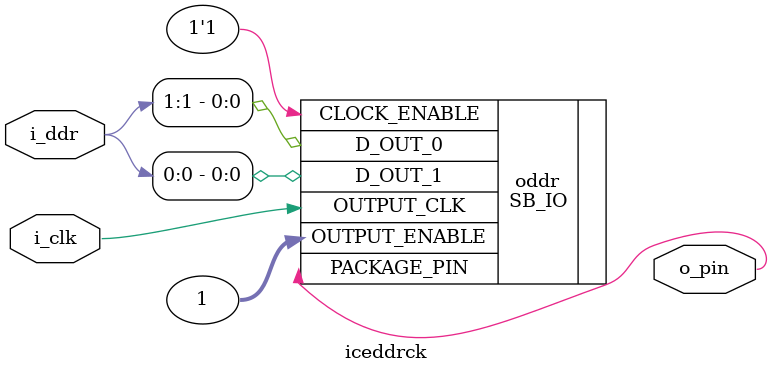
<source format=v>
`default_nettype	none
module	iceddrck(i_clk, i_ddr, o_pin);
	input	wire		i_clk;
	input	wire	[1:0]	i_ddr;
	output	wire		o_pin;

	SB_IO	#(.PIN_TYPE(6'b0100_01)
	   ) oddr(
		.OUTPUT_CLK(i_clk),
		.CLOCK_ENABLE(1'b1),
		.D_OUT_0(i_ddr[1]),
		.D_OUT_1(i_ddr[0]),
		.OUTPUT_ENABLE(1),
		.PACKAGE_PIN(o_pin));

endmodule

</source>
